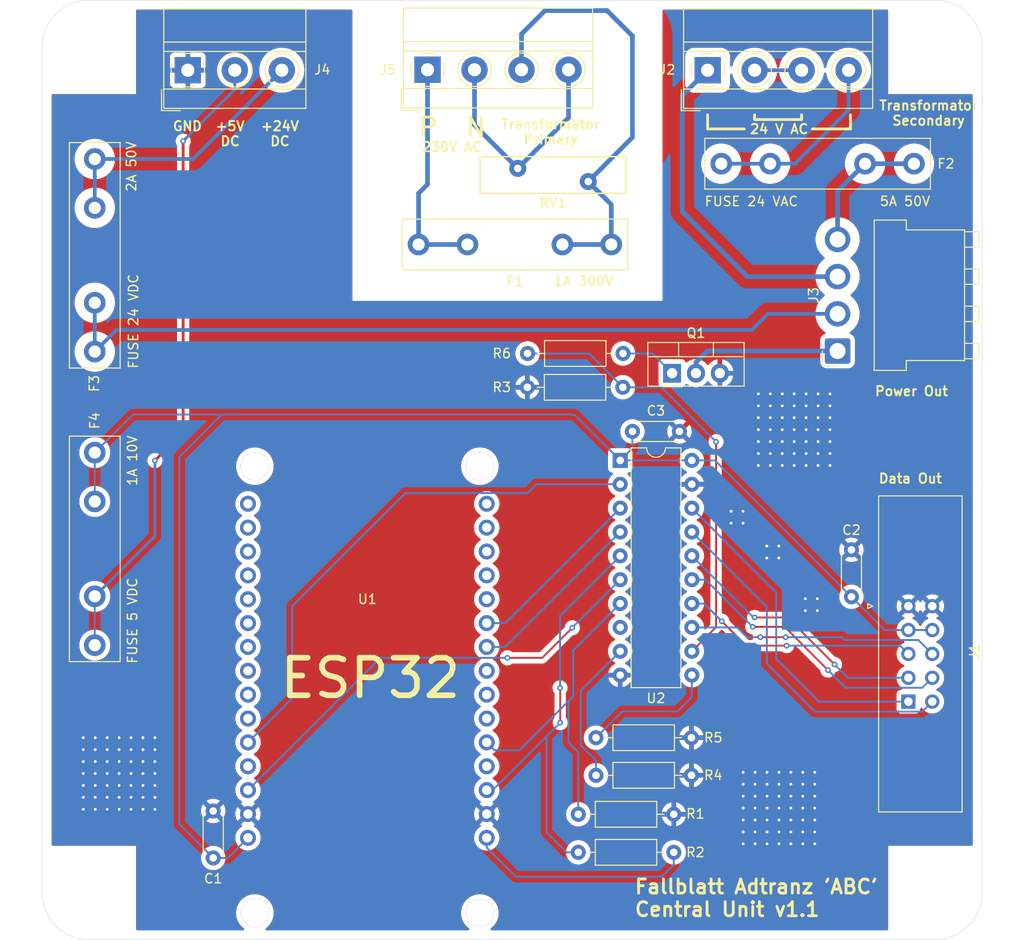
<source format=kicad_pcb>
(kicad_pcb (version 20240108) (generator "pcbnew") (generator_version "8.0")
  (layers (0 "F.Cu" signal) (31 "B.Cu" signal) (34 "B.Paste" user) (35 "F.Paste" user) (36 "B.SilkS" user "B.Silkscreen") (37 "F.SilkS" user "F.Silkscreen") (38 "B.Mask" user) (39 "F.Mask" user) (44 "Edge.Cuts" user))
  (net 0 "")
  (net 1 "+5V")
  (net 2 "GND")
  (net 3 "/P_FUSED")
  (net 4 "/P")
  (net 5 "/24VAC_P")
  (net 6 "/24VAC_P_UF")
  (net 7 "+24V")
  (net 8 "/+24V_UF")
  (net 9 "Net-(J4-Pin_2)")
  (net 10 "SPIN_ENABLE")
  (net 11 "DATA_OUT")
  (net 12 "SHIFT_OUTPUT_ENABLE")
  (net 13 "SHIFT_CLEAR")
  (net 14 "SHIFT_LATCH")
  (net 15 "SHIFT_CLOCK")
  (net 16 "/T_BRIDGE")
  (net 17 "/24VAC_N")
  (net 18 "/N")
  (net 19 "SPIN_ENABLE_3")
  (net 20 "+3.3V")
  (net 21 "SHIFT_OUTPUT_ENABLE_3")
  (net 22 "Net-(J3-Pin_1)")
  (net 37 "SHIFT_CLOCK_3")
  (net 40 "DATA_OUT_3")
  (net 41 "SHIFT_LATCH_3")
  (net 43 "SHIFT_CLEAR_3")
  (net 46 "DC_PWR")
  (net 47 "DC_PWR_3")
  (net 48 "Net-(U2-A7)")
  (net 49 "Net-(U2-B7)")
  (net 50 "Net-(Q1-G)")
  (footprint "MountingHole:MountingHole_3.2mm_M3" (layer "F.Cu") (at 105 55)
    (property "Reference" "L1" (hide yes))
    (property "Value" "MountingHole_3.2mm_M3")
  )
  (footprint "Package_TO_SOT_THT:TO-220-3_Vertical" (layer "F.Cu") (at 167.02 89.7)
    (property "Reference" "Q1")
    (property "Value" "IRF3205")
  )
  (footprint "Fuse:Fuseholder_Littelfuse_445_030_series_5x20mm" (layer "F.Cu") (at 105.6 66.9 -90)
    (property "Reference" "F3")
    (property "Value" "2A 50V")
  )
  (footprint "Capacitor_THT:C_Disc_D4.3mm_W1.9mm_P5.00mm" (layer "F.Cu") (at 118.2 136.3 -90)
    (property "Reference" "C1")
    (property "Value" "100n")
  )
  (footprint "Fuse:Fuseholder_Littelfuse_445_030_series_5x20mm" (layer "F.Cu") (at 105.6 118.65 90)
    (property "Reference" "F4")
    (property "Value" "1A 10V")
  )
  (footprint "TerminalBlock_MetzConnect:TerminalBlock_MetzConnect_Type011_RT05504HBWC_1x04_P5.00mm_Horizontal" (layer "F.Cu") (at 141 57.4)
    (property "Reference" "J5")
    (property "Value" "Screw_Terminal_01x04")
  )
  (footprint "TerminalBlock_MetzConnect:TerminalBlock_MetzConnect_Type011_RT05504HBWC_1x04_P5.00mm_Horizontal" (layer "F.Cu") (at 170.8 57.45)
    (property "Reference" "J2")
    (property "Value" "Screw_Terminal_01x04")
  )
  (footprint "Capacitor_THT:C_Disc_D4.3mm_W1.9mm_P5.00mm" (layer "F.Cu") (at 186.1 108.5 -90)
    (property "Reference" "C2")
    (property "Value" "100n")
  )
  (footprint "JS_Local:TE_CON_5499922-1_BIGGERHULL" (layer "F.Cu") (at 192.16 114.5)
    (property "Reference" "J1")
    (property "Value" "Conn_01x10_Pin")
  )
  (footprint "MountingHole:MountingHole_3.2mm_M3" (layer "F.Cu") (at 105 145)
    (property "Reference" "L3" (hide yes))
    (property "Value" "MountingHole_3.2mm_M3")
  )
  (footprint "MountingHole:MountingHole_3.2mm_M3" (layer "F.Cu") (at 195 55)
    (property "Reference" "L2" (hide yes))
    (property "Value" "MountingHole_3.2mm_M3")
  )
  (footprint "Resistor_THT:R_Axial_DIN0207_L6.3mm_D2.5mm_P10.16mm_Horizontal" (layer "F.Cu") (at 158.92 132.5)
    (property "Reference" "R4")
    (property "Value" "10K")
  )
  (footprint "Fuse:Fuseholder_Littelfuse_445_030_series_5x20mm" (layer "F.Cu") (at 160.55 76 180)
    (property "Reference" "F1")
    (property "Value" "1A 300V")
  )
  (footprint "Capacitor_THT:C_Disc_D4.3mm_W1.9mm_P5.00mm" (layer "F.Cu") (at 162.8 95.9)
    (property "Reference" "C3")
    (property "Value" "100n")
  )
  (footprint "Fuse:Fuseholder_Littelfuse_445_030_series_5x20mm" (layer "F.Cu") (at 172.25 67.4)
    (property "Reference" "F2")
    (property "Value" "5A 50V")
  )
  (footprint "Resistor_THT:R_Axial_DIN0207_L6.3mm_D2.5mm_P10.16mm_Horizontal" (layer "F.Cu") (at 157.04 140.7)
    (property "Reference" "R2")
    (property "Value" "10K")
  )
  (footprint "Connector_JST:JST_VH_B4PS-VH_1x04_P3.96mm_Horizontal" (layer "F.Cu") (at 184.625 87.34 90)
    (property "Reference" "J3")
    (property "Value" "Conn_01x04_Pin")
  )
  (footprint "Resistor_THT:R_Axial_DIN0207_L6.3mm_D2.5mm_P10.16mm_Horizontal" (layer "F.Cu") (at 157.04 136.65)
    (property "Reference" "R1")
    (property "Value" "10K")
  )
  (footprint "MountingHole:MountingHole_3.2mm_M3" (layer "F.Cu") (at 195 145)
    (property "Reference" "L4" (hide yes))
    (property "Value" "MountingHole_3.2mm_M3")
  )
  (footprint "Resistor_THT:R_Axial_DIN0207_L6.3mm_D2.5mm_P10.16mm_Horizontal" (layer "F.Cu") (at 158.92 128.5)
    (property "Reference" "R5")
    (property "Value" "10K")
  )
  (footprint "Resistor_THT:R_Axial_DIN0207_L6.3mm_D2.5mm_P10.16mm_Horizontal" (layer "F.Cu") (at 151.64 87.6)
    (property "Reference" "R6")
    (property "Value" "4K7")
  )
  (footprint "TerminalBlock_MetzConnect:TerminalBlock_MetzConnect_Type011_RT05503HBWC_1x03_P5.00mm_Horizontal" (layer "F.Cu") (at 115.5 57.45)
    (property "Reference" "J4")
    (property "Value" "Screw_Terminal_01x03")
  )
  (footprint "Varistor:RV_Disc_D15.5mm_W3.9mm_P7.5mm" (layer "F.Cu") (at 150.6 67.9)
    (property "Reference" "RV1")
    (property "Value" "300VAC")
  )
  (footprint "Package_DIP:DIP-20_W7.62mm" (layer "F.Cu") (at 161.5 98.98)
    (property "Reference" "U2")
    (property "Value" "74HC245")
  )
  (footprint "JS_Local:ESP32_DEVKITV1" (layer "F.Cu") (at 121.9 103.6)
    (property "Reference" "U1")
    (property "Value" "ESP32_DEVCITV1")
  )
  (footprint "Resistor_THT:R_Axial_DIN0207_L6.3mm_D2.5mm_P10.16mm_Horizontal" (layer "F.Cu") (at 161.78 91.2 180)
    (property "Reference" "R3")
    (property "Value" "10K")
  )
  (gr_line (start 170.8 62.2) (end 170.8 63.7) (stroke (width 0.3)) (layer "F.SilkS"))
  (gr_line (start 175.8 62.7) (end 180.8 62.7) (stroke (width 0.3)) (layer "F.SilkS"))
  (gr_line (start 186 63.7) (end 186 62.2) (stroke (width 0.3)) (layer "F.SilkS"))
  (gr_line (start 180.8 62.7) (end 180.8 62.2) (stroke (width 0.3)) (layer "F.SilkS"))
  (gr_line (start 170.8 63.7) (end 174.7 63.7) (stroke (width 0.3)) (layer "F.SilkS"))
  (gr_line (start 175.8 62.2) (end 175.8 62.7) (stroke (width 0.3)) (layer "F.SilkS"))
  (gr_line (start 186 63.7) (end 181.95 63.7) (stroke (width 0.3)) (layer "F.SilkS"))
  (gr_line (start 195 150) (end 105 150) (stroke (width 0.05)) (layer "Edge.Cuts"))
  (gr_line (start 200 55) (end 200 145) (stroke (width 0.05)) (layer "Edge.Cuts"))
  (gr_arc (start 105 150) (mid 101.464466 148.535534) (end 100 145) (stroke (width 0.05)) (layer "Edge.Cuts"))
  (gr_arc (start 200 145) (mid 198.535534 148.535534) (end 195 150) (stroke (width 0.05)) (layer "Edge.Cuts"))
  (gr_line (start 105 50) (end 195 50) (stroke (width 0.05)) (layer "Edge.Cuts"))
  (gr_arc (start 100 55) (mid 101.464466 51.464466) (end 105 50) (stroke (width 0.05)) (layer "Edge.Cuts"))
  (gr_line (start 100 145) (end 100 55) (stroke (width 0.05)) (layer "Edge.Cuts"))
  (gr_arc (start 195 50) (mid 198.535534 51.464466) (end 200 55) (stroke (width 0.05)) (layer "Edge.Cuts"))
  (gr_text "Power Out" (at 188.5 92.2 0) (layer "F.SilkS") (effects (font (size 1 1) (thickness 0.2) (bold yes)) (justify left bottom)))
  (gr_text "24 V AC" (at 175.2 64.3 0) (layer "F.SilkS") (effects (font (size 1 1) (thickness 0.2) (bold yes)) (justify left bottom)))
  (gr_text "+24V\nDC" (at 125.3 65.6 0) (layer "F.SilkS") (effects (font (size 1 1) (thickness 0.2) (bold yes)) (justify bottom)))
  (gr_text "FUSE 5 VDC" (at 110.2 120.7 90) (layer "F.SilkS") (effects (font (size 1 1)) (justify left bottom)))
  (gr_text "Data Out" (at 188.9 101.5 0) (layer "F.SilkS") (effects (font (size 1 1) (thickness 0.2) (bold yes)) (justify left bottom)))
  (gr_text "Transformator\nPrimary" (at 154.1 65.4 0) (layer "F.SilkS") (effects (font (size 1 1) (thickness 0.2) (bold yes)) (justify bottom)))
  (gr_text "GND" (at 113.8 63.990056 0) (layer "F.SilkS") (effects (font (size 1 1) (thickness 0.2) (bold yes)) (justify left bottom)))
  (gr_text "N" (at 144.9 64.7 0) (layer "F.SilkS") (effects (font (size 2 2) (thickness 0.3)) (justify left bottom)))
  (gr_text "FUSE 24 VDC" (at 110.3 89.3 90) (layer "F.SilkS") (effects (font (size 1 1)) (justify left bottom)))
  (gr_text "230V AC" (at 143.6 66.2 0) (layer "F.SilkS") (effects (font (size 1 1) (thickness 0.2) (bold yes)) (justify bottom)))
  (gr_text "Transformator\nSecondary\n" (at 194.3 63.4 0) (layer "F.SilkS") (effects (font (size 1 1) (thickness 0.2) (bold yes)) (justify bottom)))
  (gr_text "FUSE 24 VAC" (at 170.4 72 0) (layer "F.SilkS") (effects (font (size 1 1)) (justify left bottom)))
  (gr_text "ESP32 " (at 125 124.5 0) (layer "F.SilkS") (effects (font (size 4 4) (thickness 0.6)) (justify left bottom)))
  (gr_text "P" (at 139.9 64.7 0) (layer "F.SilkS") (effects (font (size 2 2) (thickness 0.3)) (justify left bottom)))
  (gr_text "Fallblatt Adtranz 'ABC'\nCentral Unit v1.1" (at 162.9 147.65 0) (layer "F.SilkS") (effects (font (size 1.5 1.5) (thickness 0.3) (bold yes)) (justify left bottom)))
  (gr_text "+5V\nDC" (at 120 65.6 0) (layer "F.SilkS") (effects (font (size 1 1) (thickness 0.2) (bold yes)) (justify bottom)))
  (segment (start 194.7 117.04) (end 192.16 117.04) (width 0.2) (layer "B.Cu") (net 1))
  (segment (start 169.12 98.98) (end 171.58 98.98) (width 0.2) (layer "B.Cu") (net 1))
  (segment (start 105.6 98.15) (end 109.65 94.1) (width 0.2) (layer "B.Cu") (net 1))
  (segment (start 118.2 141.3) (end 119.76 141.3) (width 0.2) (layer "B.Cu") (net 1))
  (segment (start 121 94.1) (end 156.62 94.1) (width 0.2) (layer "B.Cu") (net 1))
  (segment (start 114.6 137.7) (end 114.6 109.9) (width 0.2) (layer "B.Cu") (net 1))
  (segment (start 171.58 98.98) (end 186.1 113.5) (width 0.2) (layer "B.Cu") (net 1))
  (segment (start 189.64 117.04) (end 192.16 117.04) (width 0.2) (layer "B.Cu") (net 1))
  (segment (start 162.8 97.68) (end 161.5 98.98) (width 0.2) (layer "B.Cu") (net 1))
  (segment (start 186.1 113.5) (end 189.64 117.04) (width 0.2) (layer "B.Cu") (net 1))
  (segment (start 109.65 94.1) (end 121 94.1) (width 0.2) (layer "B.Cu") (net 1))
  (segment (start 114.6 109.9) (end 114.6 98.6) (width 0.2) (layer "B.Cu") (net 1))
  (segment (start 119.1 94.1) (end 121 94.1) (width 0.2) (layer "B.Cu") (net 1))
  (segment (start 114.6 98.6) (end 119.1 94.1) (width 0.2) (layer "B.Cu") (net 1))
  (segment (start 162.8 95.9) (end 162.8 97.68) (width 0.2) (layer "B.Cu") (net 1))
  (segment (start 118.2 141.3) (end 114.6 137.7) (width 0.2) (layer "B.Cu") (net 1))
  (segment (start 156.62 94.1) (end 161.5 98.98) (width 0.2) (layer "B.Cu") (net 1))
  (segment (start 119.76 141.3) (end 121.9 139.16) (width 0.2) (layer "B.Cu") (net 1))
  (segment (start 161.5 98.98) (end 169.12 98.98) (width 0.2) (layer "B.Cu") (net 1))
  (segment (start 105.6 103.35) (end 105.6 98.15) (width 0.2) (layer "B.Cu") (net 1))
  (via (at 106.92 129.77) (size 0.6) (drill 0.3) (layers "F.Cu" "B.Cu") (net 2))
  (via (at 176.2 99.52) (size 0.6) (drill 0.3) (layers "F.Cu" "B.Cu") (net 2))
  (via (at 182.2 137.26) (size 0.6) (drill 0.3) (layers "F.Cu" "B.Cu") (net 2))
  (via (at 104.38 132.31) (size 0.6) (drill 0.3) (layers "F.Cu" "B.Cu") (net 2))
  (via (at 179.66 135.99) (size 0.6) (drill 0.3) (layers "F.Cu" "B.Cu") (net 2))
  (via (at 108.19 133.58) (size 0.6) (drill 0.3) (layers "F.Cu" "B.Cu") (net 2))
  (via (at 109.46 134.85) (size 0.6) (drill 0.3) (layers "F.Cu" "B.Cu") (net 2))
  (via (at 110.73 131.04) (size 0.6) (drill 0.3) (layers "F.Cu" "B.Cu") (net 2))
  (via (at 178.39 139.8) (size 0.6) (drill 0.3) (layers "F.Cu" "B.Cu") (net 2))
  (via (at 180.93 135.99) (size 0.6) (drill 0.3) (layers "F.Cu" "B.Cu") (net 2))
  (via (at 178.74 95.71) (size 0.6) (drill 0.3) (layers "F.Cu" "B.Cu") (net 2))
  (via (at 110.73 129.77) (size 0.6) (drill 0.3) (layers "F.Cu" "B.Cu") (net 2))
  (via (at 180.93 133.45) (size 0.6) (drill 0.3) (layers "F.Cu" "B.Cu") (net 2))
  (via (at 112 131.04) (size 0.6) (drill 0.3) (layers "F.Cu" "B.Cu") (net 2))
  (via (at 110.73 132.31) (size 0.6) (drill 0.3) (layers "F.Cu" "B.Cu") (net 2))
  (via (at 182.2 134.72) (size 0.6) (drill 0.3) (layers "F.Cu" "B.Cu") (net 2))
  (via (at 178.39 134.72) (size 0.6) (drill 0.3) (layers "F.Cu" "B.Cu") (net 2))
  (via (at 176.2 93.17) (size 0.6) (drill 0.3) (layers "F.Cu" "B.Cu") (net 2))
  (via (at 180.01 91.9) (size 0.6) (drill 0.3) (layers "F.Cu" "B.Cu") (net 2))
  (via (at 108.19 134.85) (size 0.6) (drill 0.3) (layers "F.Cu" "B.Cu") (net 2))
  (via (at 104.38 133.58) (size 0.6) (drill 0.3) (layers "F.Cu" "B.Cu") (net 2))
  (via (at 177.47 98.25) (size 0.6) (drill 0.3) (layers "F.Cu" "B.Cu") (net 2))
  (via (at 182.2 135.99) (size 0.6) (drill 0.3) (layers "F.Cu" "B.Cu") (net 2))
  (via (at 174.58 134.72) (size 0.6) (drill 0.3) (layers "F.Cu" "B.Cu") (net 2))
  (via (at 182.2 139.8) (size 0.6) (drill 0.3) (layers "F.Cu" "B.Cu") (net 2))
  (via (at 176.2 98.25) (size 0.6) (drill 0.3) (layers "F.Cu" "B.Cu") (net 2))
  (via (at 179.66 139.8) (size 0.6) (drill 0.3) (layers "F.Cu" "B.Cu") (net 2))
  (via (at 177.12 135.99) (size 0.6) (drill 0.3) (layers "F.Cu" "B.Cu") (net 2))
  (via (at 176.2 95.71) (size 0.6) (drill 0.3) (layers "F.Cu" "B.Cu") (net 2))
  (via (at 183.82 96.98) (size 0.6) (drill 0.3) (layers "F.Cu" "B.Cu") (net 2))
  (via (at 177.12 132.18) (size 0.6) (drill 0.3) (layers "F.Cu" "B.Cu") (net 2))
  (via (at 180.01 95.71) (size 0.6) (drill 0.3) (layers "F.Cu" "B.Cu") (net 2))
  (via (at 106.92 134.85) (size 0.6) (drill 0.3) (layers "F.Cu" "B.Cu") (net 2))
  (via (at 180.93 132.18) (size 0.6) (drill 0.3) (layers "F.Cu" "B.Cu") (net 2))
  (via (at 109.46 128.5) (size 0.6) (drill 0.3) (layers "F.Cu" "B.Cu") (net 2))
  (via (at 106.92 131.04) (size 0.6) (drill 0.3) (layers "F.Cu" "B.Cu") (net 2))
  (via (at 177.12 137.26) (size 0.6) (drill 0.3) (layers "F.Cu" "B.Cu") (net 2))
  (via (at 177.47 96.98) (size 0.6) (drill 0.3) (layers "F.Cu" "B.Cu") (net 2))
  (via (at 178.74 94.44) (size 0.6) (drill 0.3) (layers "F.Cu" "B.Cu") (net 2))
  (via (at 183.82 93.17) (size 0.6) (drill 0.3) (layers "F.Cu" "B.Cu") (net 2))
  (via (at 106.92 136.12) (size 0.6) (drill 0.3) (layers "F.Cu" "B.Cu") (net 2))
  (via (at 174.58 135.99) (size 0.6) (drill 0.3) (layers "F.Cu" "B.Cu") (net 2))
  (via (at 178.37 108.1) (size 0.6) (drill 0.3) (layers "F.Cu" "B.Cu") (net 2))
  (via (at 181.28 91.9) (size 0.6) (drill 0.3) (layers "F.Cu" "B.Cu") (net 2))
  (via (at 105.65 133.58) (size 0.6) (drill 0.3) (layers "F.Cu" "B.Cu") (net 2))
  (via (at 177.47 95.71) (size 0.6) (drill 0.3) (layers "F.Cu" "B.Cu") (net 2))
  (via (at 177.47 93.17) (size 0.6) (drill 0.3) (layers "F.Cu" "B.Cu") (net 2))
  (via (at 112 134.85) (size 0.6) (drill 0.3) (layers "F.Cu" "B.Cu") (net 2))
  (via (at 182.55 94.44) (size 0.6) (drill 0.3) (layers "F.Cu" "B.Cu") (net 2))
  (via (at 181.28 95.71) (size 0.6) (drill 0.3) (layers "F.Cu" "B.Cu") (net 2))
  (via (at 178.74 99.52) (size 0.6) (drill 0.3) (layers "F.Cu" "B.Cu") (net 2))
  (via (at 181.28 93.17) (size 0.6) (drill 0.3) (layers "F.Cu" "B.Cu") (net 2))
  (via (at 108.19 129.77) (size 0.6) (drill 0.3) (layers "F.Cu" "B.Cu") (net 2))
  (via (at 178.74 91.9) (size 0.6) (drill 0.3) (layers "F.Cu" "B.Cu") (net 2))
  (via (at 104.38 136.12) (size 0.6) (drill 0.3) (layers "F.Cu" "B.Cu") (net 2))
  (via (at 177.47 91.9) (size 0.6) (drill 0.3) (layers "F.Cu" "B.Cu") (net 2))
  (via (at 177.12 139.8) (size 0.6) (drill 0.3) (layers "F.Cu" "B.Cu") (net 2))
  (via (at 182.55 99.52) (size 0.6) (drill 0.3) (layers "F.Cu" "B.Cu") (net 2))
  (via (at 181.2 113.7) (size 0.6) (drill 0.3) (layers "F.Cu" "B.Cu") (net 2))
  (via (at 106.92 128.5) (size 0.6) (drill 0.3) (layers "F.Cu" "B.Cu") (net 2))
  (via (at 183.82 91.9) (size 0.6) (drill 0.3) (layers "F.Cu" "B.Cu") (net 2))
  (via (at 178.74 98.25) (size 0.6) (drill 0.3) (layers "F.Cu" "B.Cu") (net 2))
  (via (at 179.66 133.45) (size 0.6) (drill 0.3) (layers "F.Cu" "B.Cu") (net 2))
  (via (at 174.58 133.45) (size 0.6) (drill 0.3) (layers "F.Cu" "B.Cu") (net 2))
  (via (at 174.58 139.8) (size 0.6) (drill 0.3) (layers "F.Cu" "B.Cu") (net 2))
  (via (at 177.12 134.72) (size 0.6) (drill 0.3) (layers "F.Cu" "B.Cu") (net 2))
  (via (at 181.28 94.44) (size 0.6) (drill 0.3) (layers "F.Cu" "B.Cu") (net 2))
  (via (at 105.65 136.12) (size 0.6) (drill 0.3) (layers "F.Cu" "B.Cu") (net 2))
  (via (at 182.55 95.71) (size 0.6) (drill 0.3) (layers "F.Cu" "B.Cu") (net 2))
  (via (at 105.65 129.77) (size 0.6) (drill 0.3) (layers "F.Cu" "B.Cu") (net 2))
  (via (at 106.92 133.58) (size 0.6) (drill 0.3) (layers "F.Cu" "B.Cu") (net 2))
  (via (at 108.19 132.31) (size 0.6) (drill 0.3) (layers "F.Cu" "B.Cu") (net 2))
  (via (at 108.19 128.5) (size 0.6) (drill 0.3) (layers "F.Cu" "B.Cu") (net 2))
  (via (at 178.39 135.99) (size 0.6) (drill 0.3) (layers "F.Cu" "B.Cu") (net 2))
  (via (at 174.58 132.18) (size 0.6) (drill 0.3) (layers "F.Cu" "B.Cu") (net 2))
  (via (at 109.46 132.31) (size 0.6) (drill 0.3) (layers "F.Cu" "B.Cu") (net 2))
  (via (at 180.93 137.26) (size 0.6) (drill 0.3) (layers "F.Cu" "B.Cu") (net 2))
  (via (at 179.66 134.72) (size 0.6) (drill 0.3) (layers "F.Cu" "B.Cu") (net 2))
  (via (at 176.2 91.9) (size 0.6) (drill 0.3) (layers "F.Cu" "B.Cu") (net 2))
  (via (at 104.38 129.77) (size 0.6) (drill 0.3) (layers "F.Cu" "B.Cu") (net 2))
  (via (at 112 136.12) (size 0.6) (drill 0.3) (layers "F.Cu" "B.Cu") (net 2))
  (via (at 176.2 96.98) (size 0.6) (drill 0.3) (layers "F.Cu" "B.Cu") (net 2))
  (via (at 110.73 133.58) (size 0.6) (drill 0.3) (layers "F.Cu" "B.Cu") (net 2))
  (via (at 179.66 132.18) (size 0.6) (drill 0.3) (layers "F.Cu" "B.Cu") (net 2))
  (via (at 178.74 93.17) (size 0.6) (drill 0.3) (layers "F.Cu" "B.Cu") (net 2))
  (via (at 182.2 133.45) (size 0.6) (drill 0.3) (layers "F.Cu" "B.Cu") (net 2))
  (via (at 175.85 132.18) (size 0.6) (drill 0.3) (layers "F.Cu" "B.Cu") (net 2))
  (via (at 178.37 109.37) (size 0.6) (drill 0.3) (layers "F.Cu" "B.Cu") (net 2))
  (via (at 176.2 94.44) (size 0.6) (drill 0.3) (layers "F.Cu" "B.Cu") (net 2))
  (via (at 177.47 99.52) (size 0.6) (drill 0.3) (layers "F.Cu" "B.Cu") (net 2))
  (via (at 182.55 98.25) (size 0.6) (drill 0.3) (layers "F.Cu" "B.Cu") (net 2))
  (via (at 109.46 131.04) (size 0.6) (drill 0.3) (layers "F.Cu" "B.Cu") (net 2))
  (via (at 110.73 134.85) (size 0.6) (drill 0.3) (layers "F.Cu" "B.Cu") (net 2))
  (via (at 179.66 138.53) (size 0.6) (drill 0.3) (layers "F.Cu" "B.Cu") (net 2))
  (via (at 175.85 138.53) (size 0.6) (drill 0.3) (layers "F.Cu" "B.Cu") (net 2))
  (via (at 177.1 109.37) (size 0.6) (drill 0.3) (layers "F.Cu" "B.Cu") (net 2))
  (via (at 177.47 94.44) (size 0.6) (drill 0.3) (layers "F.Cu" "B.Cu") (net 2))
  (via (at 105.65 132.31) (size 0.6) (drill 0.3) (layers "F.Cu" "B.Cu") (net 2))
  (via (at 105.65 131.04) (size 0.6) (drill 0.3) (layers "F.Cu" "B.Cu") (net 2))
  (via (at 105.65 128.5) (size 0.6) (drill 0.3) (layers "F.Cu" "B.Cu") (net 2))
  (via (at 181.28 98.25) (size 0.6) (drill 0.3) (layers "F.Cu" "B.Cu") (net 2))
  (via (at 180.01 98.25) (size 0.6) (drill 0.3) (layers "F.Cu" "B.Cu") (net 2))
  (via (at 175.85 133.45) (size 0.6) (drill 0.3) (layers "F.Cu" "B.Cu") (net 2))
  (via (at 108.19 131.04) (size 0.6) (drill 0.3) (layers "F.Cu" "B.Cu") (net 2))
  (via (at 175.85 137.26) (size 0.6) (drill 0.3) (layers "F.Cu" "B.Cu") (net 2))
  (via (at 182.2 138.53) (size 0.6) (drill 0.3) (layers "F.Cu" "B.Cu") (net 2))
  (via (at 177.12 138.53) (size 0.6) (drill 0.3) (layers "F.Cu" "B.Cu") (net 2))
  (via (at 181.28 99.52) (size 0.6) (drill 0.3) (layers "F.Cu" "B.Cu") (net 2))
  (via (at 178.39 137.26) (size 0.6) (drill 0.3) (layers "F.Cu" "B.Cu") (net 2))
  (via (at 180.93 138.53) (size 0.6) (drill 0.3) (layers "F.Cu" "B.Cu") (net 2))
  (via (at 182.47 114.97) (size 0.6) (drill 0.3) (layers "F.Cu" "B.Cu") (net 2))
  (via (at 173.3 105.67) (size 0.6) (drill 0.3) (layers "F.Cu" "B.Cu") (net 2))
  (via (at 180.01 96.98) (size 0.6) (drill 0.3) (layers "F.Cu" "B.Cu") (net 2))
  (via (at 178.39 138.53) (size 0.6) (drill 0.3) (layers "F.Cu" "B.Cu") (net 2))
  (via (at 108.19 136.12) (size 0.6) (drill 0.3) (layers "F.Cu" "B.Cu") (net 2))
  (via (at 112 129.77) (size 0.6) (drill 0.3) (layers "F.Cu" "B.Cu") (net 2))
  (via (at 175.85 134.72) (size 0.6) (drill 0.3) (layers "F.Cu" "B.Cu") (net 2))
  (via (at 175.85 139.8) (size 0.6) (drill 0.3) (layers "F.Cu" "B.Cu") (net 2))
  (via (at 181.2 114.97) (size 0.6) (drill 0.3) (layers "F.Cu" "B.Cu") (net 2))
  (via (at 109.46 129.77) (size 0.6) (drill 0.3) (layers "F.Cu" "B.Cu") (net 2))
  (via (at 183.82 95.71) (size 0.6) (drill 0.3) (layers "F.Cu" "B.Cu") (net 2))
  (via (at 112 133.58) (size 0.6) (drill 0.3) (layers "F.Cu" "B.Cu") (net 2))
  (via (at 106.92 132.31) (size 0.6) (drill 0.3) (layers "F.Cu" "B.Cu") (net 2))
  (via (at 174.57 105.67) (size 0.6) (drill 0.3) (layers "F.Cu" "B.Cu") (net 2))
  (via (at 104.38 134.85) (size 0.6) (drill 0.3) (layers "F.Cu" "B.Cu") (net 2))
  (via (at 178.74 96.98) (size 0.6) (drill 0.3) (layers "F.Cu" "B.Cu") (net 2))
  (via (at 183.82 98.25) (size 0.6) (drill 0.3) (layers "F.Cu" "B.Cu") (net 2))
  (via (at 180.93 139.8) (size 0.6) (drill 0.3) (layers "F.Cu" "B.Cu") (net 2))
  (via (at 183.82 94.44) (size 0.6) (drill 0.3) (layers "F.Cu" "B.Cu") (net 2))
  (via (at 173.3 104.4) (size 0.6) (drill 0.3) (layers "F.Cu" "B.Cu") (net 2))
  (via (at 182.47 113.7) (size 0.6) (drill 0.3) (layers "F.Cu" "B.Cu") (net 2))
  (via (at 177.12 133.45) (size 0.6) (drill 0.3) (layers "F.Cu" "B.Cu") (net 2))
  (via (at 182.55 91.9) (size 0.6) (drill 0.3) (layers "F.Cu" "B.Cu") (net 2))
  (via (at 105.65 134.85) (size 0.6) (drill 0.3) (layers "F.Cu" "B.Cu") (net 2))
  (via (at 181.28 96.98) (size 0.6) (drill 0.3) (layers "F.Cu" "B.Cu") (net 2))
  (via (at 104.38 128.5) (size 0.6) (drill 0.3) (layers "F.Cu" "B.Cu") (net 2))
  (via (at 109.46 133.58) (size 0.6) (drill 0.3) (layers "F.Cu" "B.Cu") (net 2))
  (via (at 180.93 134.72) (size 0.6) (drill 0.3) (layers "F.Cu" "B.Cu") (net 2))
  (via (at 180.01 99.52) (size 0.6) (drill 0.3) (layers "F.Cu" "B.Cu") (net 2))
  (via (at 174.58 138.53) (size 0.6) (drill 0.3) (layers "F.Cu" "B.Cu") (net 2))
  (via (at 180.01 93.17) (size 0.6) (drill 0.3) (layers "F.Cu" "B.Cu") (net 2))
  (via (at 174.58 137.26) (size 0.6) (drill 0.3) (layers "F.Cu" "B.Cu") (net 2))
  (via (at 112 132.31) (size 0.6) (drill 0.3) (layers "F.Cu" "B.Cu") (net 2))
  (via (at 182.55 96.98) (size 0.6) (drill 0.3) (layers "F.Cu" "B.Cu") (net 2))
  (via (at 178.39 132.18) (size 0.6) (drill 0.3) (layers "F.Cu" "B.Cu") (net 2))
  (via (at 180.01 94.44) (size 0.6) (drill 0.3) (layers "F.Cu" "B.Cu") (net 2))
  (via (at 178.39 133.45) (size 0.6) (drill 0.3) (layers "F.Cu" "B.Cu") (net 2))
  (via (at 182.2 132.18) (size 0.6) (drill 0.3) (layers "F.Cu" "B.Cu") (net 2))
  (via (at 177.1 108.1) (size 0.6) (drill 0.3) (layers "F.Cu" "B.Cu") (net 2))
  (via (at 179.66 137.26) (size 0.6) (drill 0.3) (layers "F.Cu" "B.Cu") (net 2))
  (via (at 174.57 104.4) (size 0.6) (drill 0.3) (layers "F.Cu" "B.Cu") (net 2))
  (via (at 110.73 136.12) (size 0.6) (drill 0.3) (layers "F.Cu" "B.Cu") (net 2))
  (via (at 104.38 131.04) (size 0.6) (drill 0.3) (layers "F.Cu" "B.Cu") (net 2))
  (via (at 110.73 128.5) (size 0.6) (drill 0.3) (layers "F.Cu" "B.Cu") (net 2))
  (via (at 183.82 99.52) (size 0.6) (drill 0.3) (layers "F.Cu" "B.Cu") (net 2))
  (via (at 112 128.5) (size 0.6) (drill 0.3) (layers "F.Cu" "B.Cu") (net 2))
  (via (at 182.55 93.17) (size 0.6) (drill 0.3) (layers "F.Cu" "B.Cu") (net 2))
  (via (at 175.85 135.99) (size 0.6) (drill 0.3) (layers "F.Cu" "B.Cu") (net 2))
  (via (at 109.46 136.12) (size 0.6) (drill 0.3) (layers "F.Cu" "B.Cu") (net 2))
  (segment (start 162.8 64.6) (end 158.1 69.3) (width 0.5) (layer "B.Cu") (net 3))
  (segment (start 153.5 51.1) (end 160.1 51.1) (width 0.5) (layer "B.Cu") (net 3))
  (segment (start 160.55 76) (end 160.55 71.75) (width 0.5) (layer "B.Cu") (net 3))
  (segment (start 160.55 71.75) (end 158.1 69.3) (width 0.5) (layer "B.Cu") (net 3))
  (segment (start 151 57.4) (end 151 53.6) (width 0.5) (layer "B.Cu") (net 3))
  (segment (start 155.35 76) (end 160.55 76) (width 0.5) (layer "B.Cu") (net 3))
  (segment (start 160.1 51.1) (end 162.8 53.8) (width 0.5) (layer "B.Cu") (net 3))
  (segment (start 162.8 53.8) (end 162.8 64.6) (width 0.5) (layer "B.Cu") (net 3))
  (segment (start 151 53.6) (end 153.5 51.1) (width 0.5) (layer "B.Cu") (net 3))
  (segment (start 140.05 70.55) (end 140.05 76) (width 0.5) (layer "B.Cu") (net 4))
  (segment (start 141 57.4) (end 141 64.9) (width 0.5) (layer "B.Cu") (net 4))
  (segment (start 141 69.6) (end 140.05 70.55) (width 0.5) (layer "B.Cu") (net 4))
  (segment (start 141 64.9) (end 141 69.6) (width 0.5) (layer "B.Cu") (net 4))
  (segment (start 140.05 76) (end 145.25 76) (width 0.5) (layer "B.Cu") (net 4))
  (segment (start 192.75 67.4) (end 187.55 67.4) (width 0.5) (layer "B.Cu") (net 5))
  (segment (start 184.6 70.35) (end 184.625 70.375) (width 0.5) (layer "B.Cu") (net 5))
  (segment (start 184.625 70.375) (end 184.625 75.46) (width 0.5) (layer "B.Cu") (net 5))
  (segment (start 187.55 67.4) (end 184.6 70.35) (width 0.5) (layer "B.Cu") (net 5))
  (segment (start 180.1 67.4) (end 172.25 67.4) (width 0.4) (layer "B.Cu") (net 6))
  (segment (start 185.8 61.7) (end 180.1 67.4) (width 0.4) (layer "B.Cu") (net 6))
  (segment (start 185.8 57.45) (end 185.8 61.7) (width 0.4) (layer "B.Cu") (net 6))
  (segment (start 107.9 85.1) (end 175.5 85.1) (width 0.4) (layer "B.Cu") (net 7))
  (segment (start 175.5 85.1) (end 177.22 83.38) (width 0.4) (layer "B.Cu") (net 7))
  (segment (start 105.6 82.2) (end 105.6 87.4) (width 0.4) (layer "B.Cu") (net 7))
  (segment (start 177.22 83.38) (end 184.625 83.38) (width 0.4) (layer "B.Cu") (net 7))
  (segment (start 105.6 87.4) (end 107.9 85.1) (width 0.4) (layer "B.Cu") (net 7))
  (segment (start 105.6 66.9) (end 105.6 72.1) (width 0.4) (layer "B.Cu") (net 8))
  (segment (start 125.5 57.45) (end 116.05 66.9) (width 0.4) (layer "B.Cu") (net 8))
  (segment (start 116.05 66.9) (end 105.6 66.9) (width 0.4) (layer "B.Cu") (net 8))
  (segment (start 115 88) (end 115 96) (width 0.3) (layer "F.Cu") (net 9))
  (segment (start 115 65) (end 115 88) (width 0.3) (layer "F.Cu") (net 9))
  (segment (start 115 96) (end 112 99) (width 0.3) (layer "F.Cu") (net 9))
  (via (at 115 65) (size 0.6) (drill 0.3) (layers "F.Cu" "B.Cu") (net 9))
  (via (at 112 99) (size 0.6) (drill 0.3) (layers "F.Cu" "B.Cu") (net 9))
  (segment (start 112 99) (end 112 107.05) (width 0.3) (layer "B.Cu") (net 9))
  (segment (start 120.5 59.5) (end 115 65) (width 0.3) (layer "B.Cu") (net 9))
  (segment (start 120.5 57.45) (end 120.5 59.5) (width 0.3) (layer "B.Cu") (net 9))
  (segment (start 112 107.05) (end 105.6 113.45) (width 0.3) (layer "B.Cu") (net 9))
  (segment (start 105.6 118.65) (end 105.6 113.45) (width 0.2) (layer "B.Cu") (net 9))
  (segment (start 176.4 117.8) (end 179.1 117.8) (width 0.2) (layer "F.Cu") (net 10))
  (via (at 176.4 117.8) (size 0.6) (drill 0.3) (layers "F.Cu" "B.Cu") (net 10))
  (via (at 179.1 117.8) (size 0.6) (drill 0.3) (layers "F.Cu" "B.Cu") (net 10))
  (segment (start 175 117.8) (end 176.4 117.8) (width 0.2) (layer "B.Cu") (net 10))
  (segment (start 173.96 116.76) (end 175 117.8) (width 0.2) (layer "B.Cu") (net 10))
  (segment (start 185.4 118.1) (end 193.22 118.1) (width 0.2) (layer "B.Cu") (net 10))
  (segment (start 185.1 117.8) (end 185.4 118.1) (width 0.2) (layer "B.Cu") (net 10))
  (segment (start 179.1 117.8) (end 185.1 117.8) (width 0.2) (layer "B.Cu") (net 10))
  (segment (start 193.22 118.1) (end 194.7 119.58) (width 0.2) (layer "B.Cu") (net 10))
  (segment (start 169.12 116.76) (end 173.96 116.76) (width 0.2) (layer "B.Cu") (net 10))
  (segment (start 172.3 116.1) (end 174.9 118.7) (width 0.2) (layer "F.Cu") (net 11))
  (segment (start 174.9 118.7) (end 179.2 118.7) (width 0.2) (layer "F.Cu") (net 11))
  (via (at 179.2 118.7) (size 0.6) (drill 0.3) (layers "F.Cu" "B.Cu") (net 11))
  (via (at 172.3 116.1) (size 0.6) (drill 0.3) (layers "F.Cu" "B.Cu") (net 11))
  (segment (start 170.42 114.22) (end 172.3 116.1) (width 0.2) (layer "B.Cu") (net 11))
  (segment (start 191.28 118.7) (end 192.16 119.58) (width 0.2) (layer "B.Cu") (net 11))
  (segment (start 169.12 114.22) (end 170.42 114.22) (width 0.2) (layer "B.Cu") (net 11))
  (segment (start 179.2 118.7) (end 191.28 118.7) (width 0.2) (layer "B.Cu") (net 11))
  (segment (start 175.6 116.7) (end 179 116.7) (width 0.2) (layer "F.Cu") (net 12))
  (segment (start 179 116.7) (end 183.6 121.3) (width 0.2) (layer "F.Cu") (net 12))
  (via (at 175.6 116.7) (size 0.6) (drill 0.3) (layers "F.Cu" "B.Cu") (net 12))
  (via (at 183.6 121.3) (size 0.6) (drill 0.3) (layers "F.Cu" "B.Cu") (net 12))
  (segment (start 183.6 121.3) (end 185.48 123.18) (width 0.2) (layer "B.Cu") (net 12))
  (segment (start 193.64 123.18) (end 194.7 122.12) (width 0.2) (layer "B.Cu") (net 12))
  (segment (start 170.58 111.68) (end 175.6 116.7) (width 0.2) (layer "B.Cu") (net 12))
  (segment (start 185.48 123.18) (end 193.64 123.18) (width 0.2) (layer "B.Cu") (net 12))
  (segment (start 169.12 111.68) (end 170.58 111.68) (width 0.2) (layer "B.Cu") (net 12))
  (segment (start 193.64 125.72) (end 182.22 125.72) (width 0.2) (layer "B.Cu") (net 13))
  (segment (start 177.1 120.6) (end 177.1 114.58) (width 0.2) (layer "B.Cu") (net 13))
  (segment (start 194.7 124.66) (end 193.64 125.72) (width 0.2) (layer "B.Cu") (net 13))
  (segment (start 177.1 114.58) (end 169.12 106.6) (width 0.2) (layer "B.Cu") (net 13))
  (segment (start 182.22 125.72) (end 177.1 120.6) (width 0.2) (layer "B.Cu") (net 13))
  (segment (start 179.3 115.7) (end 184.3 120.7) (width 0.2) (layer "F.Cu") (net 14))
  (segment (start 175.8 115.7) (end 179.3 115.7) (width 0.2) (layer "F.Cu") (net 14))
  (via (at 184.3 120.7) (size 0.6) (drill 0.3) (layers "F.Cu" "B.Cu") (net 14))
  (via (at 175.8 115.7) (size 0.6) (drill 0.3) (layers "F.Cu" "B.Cu") (net 14))
  (segment (start 184.3 120.7) (end 185.72 122.12) (width 0.2) (layer "B.Cu") (net 14))
  (segment (start 175.68 115.7) (end 175.8 115.7) (width 0.2) (layer "B.Cu") (net 14))
  (segment (start 169.12 109.14) (end 175.68 115.7) (width 0.2) (layer "B.Cu") (net 14))
  (segment (start 185.72 122.12) (end 192.16 122.12) (width 0.2) (layer "B.Cu") (net 14))
  (segment (start 178.1 113.04) (end 178.1 120.1) (width 0.2) (layer "B.Cu") (net 15))
  (segment (start 169.12 104.06) (end 178.1 113.04) (width 0.2) (layer "B.Cu") (net 15))
  (segment (start 182.66 124.66) (end 192.16 124.66) (width 0.2) (layer "B.Cu") (net 15))
  (segment (start 178.1 120.1) (end 182.66 124.66) (width 0.2) (layer "B.Cu") (net 15))
  (segment (start 175.8 57.45) (end 180.8 57.45) (width 0.4) (layer "B.Cu") (net 16))
  (segment (start 168.1 60.15) (end 170.8 57.45) (width 0.5) (layer "B.Cu") (net 17))
  (segment (start 168.1 72.5) (end 168.1 60.15) (width 0.5) (layer "B.Cu") (net 17))
  (segment (start 168.1 72.5) (end 175.02 79.42) (width 0.5) (layer "B.Cu") (net 17))
  (segment (start 175.02 79.42) (end 184.625 79.42) (width 0.5) (layer "B.Cu") (net 17))
  (segment (start 150.6 67.9) (end 156 62.5) (width 0.5) (layer "B.Cu") (net 18))
  (segment (start 156 62.5) (end 156 57.4) (width 0.5) (layer "B.Cu") (net 18))
  (segment (start 146 57.4) (end 146 63.3) (width 0.5) (layer "B.Cu") (net 18))
  (segment (start 146 63.3) (end 150.6 67.9) (width 0.5) (layer "B.Cu") (net 18))
  (segment (start 157.04 130.04) (end 157.04 136.65) (width 0.2) (layer "B.Cu") (net 19))
  (segment (start 147.3 129) (end 148.14 129.84) (width 0.2) (layer "B.Cu") (net 19))
  (segment (start 148.14 129.84) (end 150.76 129.84) (width 0.2) (layer "B.Cu") (net 19))
  (segment (start 156 124.6) (end 156 129) (width 0.2) (layer "B.Cu") (net 19))
  (segment (start 156.5 119.22) (end 161.5 114.22) (width 0.2) (layer "B.Cu") (net 19))
  (segment (start 150.76 129.84) (end 156 124.6) (width 0.2) (layer "B.Cu") (net 19))
  (segment (start 156 124.6) (end 156.5 124.1) (width 0.2) (layer "B.Cu") (net 19))
  (segment (start 156 129) (end 157.04 130.04) (width 0.2) (layer "B.Cu") (net 19))
  (segment (start 156.5 124.1) (end 156.5 119.22) (width 0.2) (layer "B.Cu") (net 19))
  (segment (start 147.3 139.16) (end 147.3 140.2) (width 0.2) (layer "B.Cu") (net 20))
  (segment (start 150.4 143.3) (end 165.9 143.3) (width 0.2) (layer "B.Cu") (net 20))
  (segment (start 147.3 140.2) (end 150.4 143.3) (width 0.2) (layer "B.Cu") (net 20))
  (segment (start 167.2 142) (end 167.2 140.7) (width 0.2) (layer "B.Cu") (net 20))
  (segment (start 165.9 143.3) (end 167.2 142) (width 0.2) (layer "B.Cu") (net 20))
  (segment (start 155.12 126.9) (end 155.12 123.22) (width 0.2) (layer "F.Cu") (net 21))
  (segment (start 155.12 123.22) (end 155.1 123.2) (width 0.2) (layer "F.Cu") (net 21))
  (via (at 155.12 126.9) (size 0.6) (drill 0.3) (layers "F.Cu" "B.Cu") (net 21))
  (via (at 155.1 123.2) (size 0.6) (drill 0.3) (layers "F.Cu" "B.Cu") (net 21))
  (segment (start 155.1 115.54) (end 161.5 109.14) (width 0.2) (layer "B.Cu") (net 21))
  (segment (start 153.66 138.56) (end 155.8 140.7) (width 0.2) (layer "B.Cu") (net 21))
  (segment (start 147.94 134.08) (end 153.66 128.36) (width 0.2) (layer "B.Cu") (net 21))
  (segment (start 153.66 128.36) (end 155.12 126.9) (width 0.2) (layer "B.Cu") (net 21))
  (segment (start 147.3 134.08) (end 147.94 134.08) (width 0.2) (layer "B.Cu") (net 21))
  (segment (start 155.1 123.2) (end 155.1 115.54) (width 0.2) (layer "B.Cu") (net 21))
  (segment (start 153.66 128.36) (end 153.66 138.56) (width 0.2) (layer "B.Cu") (net 21))
  (segment (start 155.8 140.7) (end 157.04 140.7) (width 0.2) (layer "B.Cu") (net 21))
  (segment (start 169.56 89.7) (end 169.56 88.54) (width 0.5) (layer "B.Cu") (net 22))
  (segment (start 169.56 88.54) (end 170.76 87.34) (width 0.5) (layer "B.Cu") (net 22))
  (segment (start 170.76 87.34) (end 184.625 87.34) (width 0.5) (layer "B.Cu") (net 22))
  (segment (start 126.6 124.3) (end 126.6 114.5) (width 0.2) (layer "B.Cu") (net 37))
  (segment (start 151.65 102.45) (end 152.58 101.52) (width 0.2) (layer "B.Cu") (net 37))
  (segment (start 152.58 101.52) (end 161.5 101.52) (width 0.2) (layer "B.Cu") (net 37))
  (segment (start 121.9 129) (end 126.6 124.3) (width 0.2) (layer "B.Cu") (net 37))
  (segment (start 126.6 114.5) (end 138.65 102.45) (width 0.2) (layer "B.Cu") (net 37))
  (segment (start 138.65 102.45) (end 151.65 102.45) (width 0.2) (layer "B.Cu") (net 37))
  (segment (start 153.2 120) (end 149.5 120) (width 0.2) (layer "F.Cu") (net 40))
  (segment (start 156.4 116.8) (end 153.2 120) (width 0.2) (layer "F.Cu") (net 40))
  (via (at 156.4 116.8) (size 0.6) (drill 0.3) (layers "F.Cu" "B.Cu") (net 40))
  (via (at 149.5 120) (size 0.6) (drill 0.3) (layers "F.Cu" "B.Cu") (net 40))
  (segment (start 156.4 116.78) (end 156.4 116.8) (width 0.2) (layer "B.Cu") (net 40))
  (segment (start 149.5 120) (end 135.98 120) (width 0.2) (layer "B.Cu") (net 40))
  (segment (start 135.98 120) (end 121.9 134.08) (width 0.2) (layer "B.Cu") (net 40))
  (segment (start 161.5 111.68) (end 156.4 116.78) (width 0.2) (layer "B.Cu") (net 40))
  (segment (start 147.3 118.84) (end 149.26 118.84) (width 0.2) (layer "B.Cu") (net 41))
  (segment (start 149.26 118.84) (end 161.5 106.6) (width 0.2) (layer "B.Cu") (net 41))
  (segment (start 147.3 116.3) (end 149.26 116.3) (width 0.2) (layer "B.Cu") (net 43))
  (segment (start 149.26 116.3) (end 161.5 104.06) (width 0.2) (layer "B.Cu") (net 43))
  (segment (start 171.7 116.72) (end 169.12 119.3) (width 0.2) (layer "F.Cu") (net 46))
  (segment (start 171.7 97) (end 171.7 116.72) (width 0.2) (layer "F.Cu") (net 46))
  (via (at 171.7 97) (size 0.6) (drill 0.3) (layers "F.Cu" "B.Cu") (net 46))
  (segment (start 151.64 87.6) (end 158.18 87.6) (width 0.2) (layer "B.Cu") (net 46))
  (segment (start 158.18 87.6) (end 161.78 91.2) (width 0.2) (layer "B.Cu") (net 46))
  (segment (start 165.9 91.2) (end 171.7 97) (width 0.2) (layer "B.Cu") (net 46))
  (segment (start 161.78 91.2) (end 165.9 91.2) (width 0.2) (layer "B.Cu") (net 46))
  (segment (start 157.3 129.3) (end 157.3 123.5) (width 0.2) (layer "B.Cu") (net 48))
  (segment (start 158.92 130.92) (end 157.3 129.3) (width 0.2) (layer "B.Cu") (net 48))
  (segment (start 158.92 132.5) (end 158.92 130.92) (width 0.2) (layer "B.Cu") (net 48))
  (segment (start 157.3 123.5) (end 161.5 119.3) (width 0.2) (layer "B.Cu") (net 48))
  (segment (start 167.6 125.7) (end 169.12 124.18) (width 0.2) (layer "B.Cu") (net 49))
  (segment (start 158.92 128.5) (end 161.72 125.7) (width 0.2) (layer "B.Cu") (net 49))
  (segment (start 169.12 124.18) (end 169.12 121.84) (width 0.2) (layer "B.Cu") (net 49))
  (segment (start 161.72 125.7) (end 167.6 125.7) (width 0.2) (layer "B.Cu") (net 49))
  (segment (start 161.8 87.6) (end 164.92 87.6) (width 0.2) (layer "B.Cu") (net 50))
  (segment (start 164.92 87.6) (end 167.02 89.7) (width 0.2) (layer "B.Cu") (net 50))
  (zone (net 0) (net_name "") (layers "F&B.Cu") (connect_pads (clearance 0)) (min_thickness 0.25)
    (keepout (tracks allowed) (vias allowed) (pads allowed) (copperpour not_allowed) (footprints allowed))
    (fill (thermal_gap 0.5) (thermal_bridge_width 0.5))
    (polygon (pts (xy 133 51) (xy 133 82) (xy 166 82) (xy 166 51)))
  )
  (zone (net 2) (net_name "GND") (layers "F&B.Cu") (connect_pads (clearance 0.5)) (min_thickness 0.25) (fill yes (thermal_gap 0.5) (thermal_bridge_width 0.5))
    (polygon (pts (xy 101 60) (xy 110 60) (xy 110 51) (xy 190 51) (xy 190 60) (xy 199 60) (xy 199 140) (xy 190 140) (xy 190 149) (xy 110 149) (xy 110 140) (xy 101 140)))
  )
)
</source>
